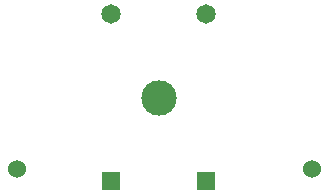
<source format=gbr>
G04*
G04 #@! TF.GenerationSoftware,Altium Limited,Altium Designer,22.4.2 (48)*
G04*
G04 Layer_Color=255*
%FSLAX25Y25*%
%MOIN*%
G70*
G04*
G04 #@! TF.SameCoordinates,E0429A30-625B-487D-920A-78A689974169*
G04*
G04*
G04 #@! TF.FilePolarity,Positive*
G04*
G01*
G75*
%ADD20C,0.06000*%
%ADD21C,0.06496*%
%ADD22R,0.06496X0.06496*%
%ADD23C,0.11811*%
D20*
X27559Y51181D02*
D03*
X125984D02*
D03*
D21*
X59055Y102756D02*
D03*
X90551D02*
D03*
D22*
X59055Y47244D02*
D03*
X90551D02*
D03*
D23*
X74803Y74803D02*
D03*
M02*

</source>
